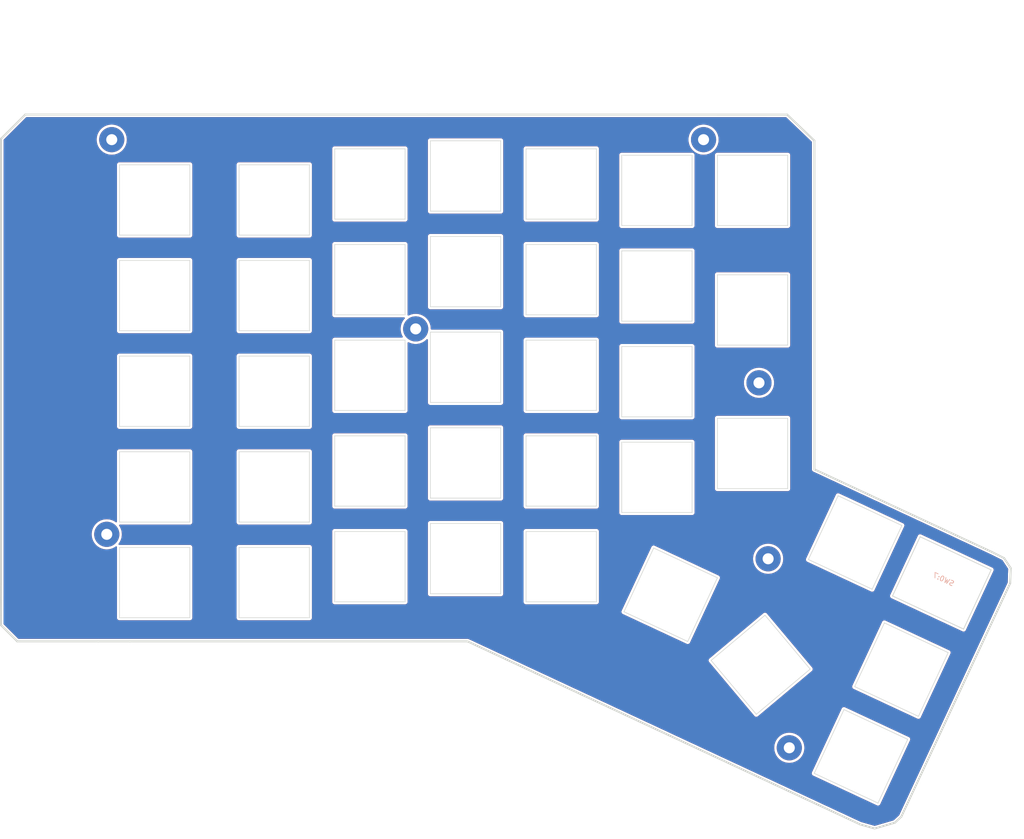
<source format=kicad_pcb>
(kicad_pcb (version 20211014) (generator pcbnew)
  (layers (0 "F.Cu" signal "Front") (31 "B.Cu" signal "Back") (34 "B.Paste" user) (35 "F.Paste" user) (36 "B.SilkS" user "B.Silkscreen") (37 "F.SilkS" user "F.Silkscreen") (38 "B.Mask" user) (39 "F.Mask" user) (44 "Edge.Cuts" user))
  (net 0 "")
  (footprint "SofleChocTop:SW_Hole" (layer "B.Cu") (at 65.1375 136.775 180)
    (fp_text reference "SW1:13" hide)
    (fp_text value "SW1:0" hide)
    (fp_line (start -7 7) (end -7 -7) (layer "Edge.Cuts") (width 0.12))
    (fp_line (start -7 -7) (end 7 -7) (layer "Edge.Cuts") (width 0.12))
    (fp_line (start 7 -7) (end 7 7) (layer "Edge.Cuts") (width 0.12))
    (fp_line (start 7 7) (end -7 7) (layer "Edge.Cuts") (width 0.12))
  )
  (footprint "SofleChocTop:SW_Hole" (layer "B.Cu") (at 127.05 132.00234 180)
    (fp_text reference "SW1:10" hide)
    (fp_text value "SW1:3" hide)
    (fp_line (start 7 -7) (end 7 7) (layer "Edge.Cuts") (width 0.12))
    (fp_line (start 7 7) (end -7 7) (layer "Edge.Cuts") (width 0.12))
    (fp_line (start -7 -7) (end 7 -7) (layer "Edge.Cuts") (width 0.12))
    (fp_line (start -7 7) (end -7 -7) (layer "Edge.Cuts") (width 0.12))
  )
  (footprint "SofleChocTop:SW_Hole" (layer "B.Cu") (at 146.1 133.6 180)
    (fp_text reference "SW1:9" hide)
    (fp_text value "SW1:4" hide)
    (fp_line (start -7 7) (end -7 -7) (layer "Edge.Cuts") (width 0.12))
    (fp_line (start 7 -7) (end 7 7) (layer "Edge.Cuts") (width 0.12))
    (fp_line (start 7 7) (end -7 7) (layer "Edge.Cuts") (width 0.12))
    (fp_line (start -7 -7) (end 7 -7) (layer "Edge.Cuts") (width 0.12))
  )
  (footprint "SofleChocTop:SW_Hole" (layer "B.Cu") (at 65.1375 117.725 180)
    (fp_text reference "SW2:13" hide)
    (fp_text value "SW2:0" hide)
    (fp_line (start 7 7) (end -7 7) (layer "Edge.Cuts") (width 0.12))
    (fp_line (start -7 -7) (end 7 -7) (layer "Edge.Cuts") (width 0.12))
    (fp_line (start -7 7) (end -7 -7) (layer "Edge.Cuts") (width 0.12))
    (fp_line (start 7 -7) (end 7 7) (layer "Edge.Cuts") (width 0.12))
  )
  (footprint "SofleChocTop:SW_Hole" (layer "B.Cu") (at 127.05 112.95234 180)
    (fp_text reference "SW2:10" hide)
    (fp_text value "SW2:3" hide)
    (fp_line (start -7 7) (end -7 -7) (layer "Edge.Cuts") (width 0.12))
    (fp_line (start 7 7) (end -7 7) (layer "Edge.Cuts") (width 0.12))
    (fp_line (start -7 -7) (end 7 -7) (layer "Edge.Cuts") (width 0.12))
    (fp_line (start 7 -7) (end 7 7) (layer "Edge.Cuts") (width 0.12))
  )
  (footprint "SofleChocTop:SW_Hole" (layer "B.Cu") (at 146.1 114.55 180)
    (fp_text reference "SW2:9" hide)
    (fp_text value "SW2:4" hide)
    (fp_line (start -7 7) (end -7 -7) (layer "Edge.Cuts") (width 0.12))
    (fp_line (start -7 -7) (end 7 -7) (layer "Edge.Cuts") (width 0.12))
    (fp_line (start 7 7) (end -7 7) (layer "Edge.Cuts") (width 0.12))
    (fp_line (start 7 -7) (end 7 7) (layer "Edge.Cuts") (width 0.12))
  )
  (footprint "SofleChocTop:SW_Hole" (layer "B.Cu") (at 184.2 111.0575 90)
    (fp_text reference "SW2:7" hide)
    (fp_text value "SW2:6" hide)
    (fp_line (start -7 7) (end -7 -7) (layer "Edge.Cuts") (width 0.12))
    (fp_line (start 7 -7) (end 7 7) (layer "Edge.Cuts") (width 0.12))
    (fp_line (start -7 -7) (end 7 -7) (layer "Edge.Cuts") (width 0.12))
    (fp_line (start 7 7) (end -7 7) (layer "Edge.Cuts") (width 0.12))
  )
  (footprint "SofleChocTop:SW_Hole" (layer "B.Cu") (at 65.1375 98.675 180)
    (fp_text reference "SW3:13" hide)
    (fp_text value "SW3:0" hide)
    (fp_line (start 7 7) (end -7 7) (layer "Edge.Cuts") (width 0.12))
    (fp_line (start 7 -7) (end 7 7) (layer "Edge.Cuts") (width 0.12))
    (fp_line (start -7 7) (end -7 -7) (layer "Edge.Cuts") (width 0.12))
    (fp_line (start -7 -7) (end 7 -7) (layer "Edge.Cuts") (width 0.12))
  )
  (footprint "SofleChocTop:SW_Hole" (layer "B.Cu") (at 108 95.5 180)
    (fp_text reference "SW3:11" hide)
    (fp_text value "SW3:2" hide)
    (fp_line (start -7 7) (end -7 -7) (layer "Edge.Cuts") (width 0.12))
    (fp_line (start 7 -7) (end 7 7) (layer "Edge.Cuts") (width 0.12))
    (fp_line (start 7 7) (end -7 7) (layer "Edge.Cuts") (width 0.12))
    (fp_line (start -7 -7) (end 7 -7) (layer "Edge.Cuts") (width 0.12))
  )
  (footprint "SofleChocTop:SW_Hole" (layer "B.Cu") (at 127.05 93.90234 180)
    (fp_text reference "SW3:10" hide)
    (fp_text value "SW3:3" hide)
    (fp_line (start -7 7) (end -7 -7) (layer "Edge.Cuts") (width 0.12))
    (fp_line (start 7 7) (end -7 7) (layer "Edge.Cuts") (width 0.12))
    (fp_line (start -7 -7) (end 7 -7) (layer "Edge.Cuts") (width 0.12))
    (fp_line (start 7 -7) (end 7 7) (layer "Edge.Cuts") (width 0.12))
  )
  (footprint "SofleChocTop:SW_Hole" (layer "B.Cu") (at 146.1 95.5 180)
    (fp_text reference "SW3:9" hide)
    (fp_text value "SW3:4" hide)
    (fp_line (start 7 -7) (end 7 7) (layer "Edge.Cuts") (width 0.12))
    (fp_line (start -7 -7) (end 7 -7) (layer "Edge.Cuts") (width 0.12))
    (fp_line (start 7 7) (end -7 7) (layer "Edge.Cuts") (width 0.12))
    (fp_line (start -7 7) (end -7 -7) (layer "Edge.Cuts") (width 0.12))
  )
  (footprint "SofleChocTop:SW_Hole" (layer "B.Cu") (at 165.15 96.77 180)
    (fp_text reference "SW3:8" hide)
    (fp_text value "SW3:5" hide)
    (fp_line (start -7 -7) (end 7 -7) (layer "Edge.Cuts") (width 0.12))
    (fp_line (start -7 7) (end -7 -7) (layer "Edge.Cuts") (width 0.12))
    (fp_line (start 7 -7) (end 7 7) (layer "Edge.Cuts") (width 0.12))
    (fp_line (start 7 7) (end -7 7) (layer "Edge.Cuts") (width 0.12))
  )
  (footprint "SofleChocTop:SW_Hole" (layer "B.Cu") (at 65.1375 79.625 180)
    (fp_text reference "SW4:13" hide)
    (fp_text value "SW4:0" hide)
    (fp_line (start -7 -7) (end 7 -7) (layer "Edge.Cuts") (width 0.12))
    (fp_line (start 7 -7) (end 7 7) (layer "Edge.Cuts") (width 0.12))
    (fp_line (start 7 7) (end -7 7) (layer "Edge.Cuts") (width 0.12))
    (fp_line (start -7 7) (end -7 -7) (layer "Edge.Cuts") (width 0.12))
  )
  (footprint "SofleChocTop:SW_Hole" (layer "B.Cu") (at 88.95 79.625 180)
    (fp_text reference "SW4:12" hide)
    (fp_text value "SW4:1" hide)
    (fp_line (start -7 7) (end -7 -7) (layer "Edge.Cuts") (width 0.12))
    (fp_line (start 7 -7) (end 7 7) (layer "Edge.Cuts") (width 0.12))
    (fp_line (start -7 -7) (end 7 -7) (layer "Edge.Cuts") (width 0.12))
    (fp_line (start 7 7) (end -7 7) (layer "Edge.Cuts") (width 0.12))
  )
  (footprint "SofleChocTop:SW_Hole" (layer "B.Cu") (at 108 76.45 180)
    (fp_text reference "SW4:11" hide)
    (fp_text value "SW4:2" hide)
    (fp_line (start 7 7) (end -7 7) (layer "Edge.Cuts") (width 0.12))
    (fp_line (start -7 7) (end -7 -7) (layer "Edge.Cuts") (width 0.12))
    (fp_line (start -7 -7) (end 7 -7) (layer "Edge.Cuts") (width 0.12))
    (fp_line (start 7 -7) (end 7 7) (layer "Edge.Cuts") (width 0.12))
  )
  (footprint "SofleChocTop:SW_Hole" (layer "B.Cu") (at 127.05 74.85234 180)
    (fp_text reference "SW4:10" hide)
    (fp_text value "SW4:3" hide)
    (fp_line (start 7 7) (end -7 7) (layer "Edge.Cuts") (width 0.12))
    (fp_line (start -7 7) (end -7 -7) (layer "Edge.Cuts") (width 0.12))
    (fp_line (start 7 -7) (end 7 7) (layer "Edge.Cuts") (width 0.12))
    (fp_line (start -7 -7) (end 7 -7) (layer "Edge.Cuts") (width 0.12))
  )
  (footprint "SofleChocTop:SW_Hole" (layer "B.Cu") (at 146.1 76.45 180)
    (fp_text reference "SW4:9" hide)
    (fp_text value "SW4:4" hide)
    (fp_line (start -7 -7) (end 7 -7) (layer "Edge.Cuts") (width 0.12))
    (fp_line (start -7 7) (end -7 -7) (layer "Edge.Cuts") (width 0.12))
    (fp_line (start 7 7) (end -7 7) (layer "Edge.Cuts") (width 0.12))
    (fp_line (start 7 -7) (end 7 7) (layer "Edge.Cuts") (width 0.12))
  )
  (footprint "SofleChocTop:SW_Hole" (layer "B.Cu") (at 165.15 77.72 180)
    (fp_text reference "SW4:8" hide)
    (fp_text value "SW4:5" hide)
    (fp_line (start -7 -7) (end 7 -7) (layer "Edge.Cuts") (width 0.12))
    (fp_line (start 7 7) (end -7 7) (layer "Edge.Cuts") (width 0.12))
    (fp_line (start 7 -7) (end 7 7) (layer "Edge.Cuts") (width 0.12))
    (fp_line (start -7 7) (end -7 -7) (layer "Edge.Cuts") (width 0.12))
  )
  (footprint "SofleChocTop:SW_Hole" (layer "B.Cu") (at 184.2 82.4825 90)
    (fp_text reference "SW4:7" hide)
    (fp_text value "SW4:6" hide)
    (fp_line (start -7 7) (end -7 -7) (layer "Edge.Cuts") (width 0.12))
    (fp_line (start 7 7) (end -7 7) (layer "Edge.Cuts") (width 0.12))
    (fp_line (start 7 -7) (end 7 7) (layer "Edge.Cuts") (width 0.12))
    (fp_line (start -7 -7) (end 7 -7) (layer "Edge.Cuts") (width 0.12))
  )
  (footprint "SofleChocTop:SW_Hole" (layer "B.Cu") (at 167.899 139.20034 155)
    (fp_text reference "SW0:10" hide)
    (fp_text value "SW0:3" hide)
    (fp_line (start 7 7) (end -7 7) (layer "Edge.Cuts") (width 0.12))
    (fp_line (start 7 -7) (end 7 7) (layer "Edge.Cuts") (width 0.12))
    (fp_line (start -7 7) (end -7 -7) (layer "Edge.Cuts") (width 0.12))
    (fp_line (start -7 -7) (end 7 -7) (layer "Edge.Cuts") (width 0.12))
  )
  (footprint "SofleChocTop:SW_Hole" (layer "B.Cu") (at 205.79 171.37234 155)
    (fp_text reference "SW0:12" hide)
    (fp_text value "SW0:1" hide)
    (fp_line (start -7 7) (end -7 -7) (layer "Edge.Cuts") (width 0.12))
    (fp_line (start 7 -7) (end 7 7) (layer "Edge.Cuts") (width 0.12))
    (fp_line (start 7 7) (end -7 7) (layer "Edge.Cuts") (width 0.12))
    (fp_line (start -7 -7) (end 7 -7) (layer "Edge.Cuts") (width 0.12))
  )
  (footprint "SofleChocTop:SW_Hole" (layer "B.Cu") (at 185.81 153.13734 130)
    (fp_text reference "SW0:11" hide)
    (fp_text value "SW0:2" hide)
    (fp_line (start -7 -7) (end 7 -7) (layer "Edge.Cuts") (width 0.12))
    (fp_line (start 7 -7) (end 7 7) (layer "Edge.Cuts") (width 0.12))
    (fp_line (start -7 7) (end -7 -7) (layer "Edge.Cuts") (width 0.12))
    (fp_line (start 7 7) (end -7 7) (layer "Edge.Cuts") (width 0.12))
  )
  (footprint "SofleChocTop:SW_Hole" (layer "B.Cu") (at 213.8418 154.10542 155)
    (fp_text reference "SW0:9" hide)
    (fp_text value "SW0:4" hide)
    (fp_line (start 7 -7) (end 7 7) (layer "Edge.Cuts") (width 0.12))
    (fp_line (start -7 -7) (end 7 -7) (layer "Edge.Cuts") (width 0.12))
    (fp_line (start -7 7) (end -7 -7) (layer "Edge.Cuts") (width 0.12))
    (fp_line (start 7 7) (end -7 7) (layer "Edge.Cuts") (width 0.12))
  )
  (footprint "ergodox library:EC11Cutout" (layer "B.Cu") (at 221.89106 136.84104 155)
    (fp_text reference "SW0:7" (at 0 0.78 335 unlocked) (layer "B.SilkS") (effects (justify mirror)))
    (fp_text value "SW0:6")
    (fp_line (start -7.8 -6.5) (end 7.8 -6.5) (layer "Edge.Cuts") (width 0.15))
    (fp_line (start 7.8 6.5) (end -7.8 6.5) (layer "Edge.Cuts") (width 0.15))
    (fp_line (start -7.8 6.5) (end -7.8 -6.5) (layer "Edge.Cuts") (width 0.15))
    (fp_line (start 7.8 6.5) (end 7.8 -6.5) (layer "Edge.Cuts") (width 0.15))
  )
  (footprint "SofleChocTop:SW_Hole" (layer "B.Cu") (at 108 133.6 180)
    (fp_text reference "SW1:11" hide)
    (fp_text value "SW1:2" hide)
    (fp_line (start -7 -7) (end 7 -7) (layer "Edge.Cuts") (width 0.12))
    (fp_line (start 7 -7) (end 7 7) (layer "Edge.Cuts") (width 0.12))
    (fp_line (start 7 7) (end -7 7) (layer "Edge.Cuts") (width 0.12))
    (fp_line (start -7 7) (end -7 -7) (layer "Edge.Cuts") (width 0.12))
  )
  (footprint "SofleChocTop:SW_Hole" (layer "B.Cu") (at 204.62668 128.79178 155)
    (fp_text reference "SW0:8" hide)
    (fp_text value "SW0:5" hide)
    (fp_line (start 7 -7) (end 7 7) (layer "Edge.Cuts") (width 0.12))
    (fp_line (start -7 7) (end -7 -7) (layer "Edge.Cuts") (width 0.12))
    (fp_line (start 7 7) (end -7 7) (layer "Edge.Cuts") (width 0.12))
    (fp_line (start -7 -7) (end 7 -7) (layer "Edge.Cuts") (width 0.12))
  )
  (footprint "SofleChocTop:SW_Hole" (layer "B.Cu") (at 65.1375 60.57754 180)
    (fp_text reference "SW5:13" hide)
    (fp_text value "SW5:0" hide)
    (fp_line (start -7 -7) (end 7 -7) (layer "Edge.Cuts") (width 0.12))
    (fp_line (start 7 -7) (end 7 7) (layer "Edge.Cuts") (width 0.12))
    (fp_line (start 7 7) (end -7 7) (layer "Edge.Cuts") (width 0.12))
    (fp_line (start -7 7) (end -7 -7) (layer "Edge.Cuts") (width 0.12))
  )
  (footprint "SofleChocTop:SW_Hole" (layer "B.Cu") (at 146.1 57.4 180)
    (fp_text reference "SW5:9" hide)
    (fp_text value "SW5:4" hide)
    (fp_line (start 7 7) (end -7 7) (layer "Edge.Cuts") (width 0.12))
    (fp_line (start -7 -7) (end 7 -7) (layer "Edge.Cuts") (width 0.12))
    (fp_line (start -7 7) (end -7 -7) (layer "Edge.Cuts") (width 0.12))
    (fp_line (start 7 -7) (end 7 7) (layer "Edge.Cuts") (width 0.12))
  )
  (footprint "SofleChocTop:SW_Hole" (layer "B.Cu") (at 127.05 55.80234 180)
    (fp_text reference "SW5:10" hide)
    (fp_text value "SW5:3" hide)
    (fp_line (start 7 7) (end -7 7) (layer "Edge.Cuts") (width 0.12))
    (fp_line (start -7 -7) (end 7 -7) (layer "Edge.Cuts") (width 0.12))
    (fp_line (start -7 7) (end -7 -7) (layer "Edge.Cuts") (width 0.12))
    (fp_line (start 7 -7) (end 7 7) (layer "Edge.Cuts") (width 0.12))
  )
  (footprint "SofleChocTop:SW_Hole" (layer "B.Cu") (at 108 57.4 180)
    (fp_text reference "SW5:11" hide)
    (fp_text value "SW5:2" hide)
    (fp_line (start 7 7) (end -7 7) (layer "Edge.Cuts") (width 0.12))
    (fp_line (start 7 -7) (end 7 7) (layer "Edge.Cuts") (width 0.12))
    (fp_line (start -7 7) (end -7 -7) (layer "Edge.Cuts") (width 0.12))
    (fp_line (start -7 -7) (end 7 -7) (layer "Edge.Cuts") (width 0.12))
  )
  (footprint "SofleChocTop:SW_Hole" (layer "B.Cu") (at 88.95 60.57754 180)
    (fp_text reference "SW5:12" hide)
    (fp_text value "SW5:1" hide)
    (fp_line (start -7 7) (end -7 -7) (layer "Edge.Cuts") (width 0.12))
    (fp_line (start 7 7) (end -7 7) (layer "Edge.Cuts") (width 0.12))
    (fp_line (start 7 -7) (end 7 7) (layer "Edge.Cuts") (width 0.12))
    (fp_line (start -7 -7) (end 7 -7) (layer "Edge.Cuts") (width 0.12))
  )
  (footprint "SofleChocTop:SW_Hole" (layer "B.Cu") (at 165.15 58.67254 180)
    (fp_text reference "SW5:8" hide)
    (fp_text value "SW5:5" hide)
    (fp_line (start 7 7) (end -7 7) (layer "Edge.Cuts") (width 0.12))
    (fp_line (start 7 -7) (end 7 7) (layer "Edge.Cuts") (width 0.12))
    (fp_line (start -7 7) (end -7 -7) (layer "Edge.Cuts") (width 0.12))
    (fp_line (start -7 -7) (end 7 -7) (layer "Edge.Cuts") (width 0.12))
  )
  (footprint "SofleChocTop:SW_Hole" (layer "B.Cu") (at 184.2 58.67254 180)
    (fp_text reference "SW5:7" hide)
    (fp_text value "SW5:6" hide)
    (fp_line (start -7 7) (end -7 -7) (layer "Edge.Cuts") (width 0.12))
    (fp_line (start 7 -7) (end 7 7) (layer "Edge.Cuts") (width 0.12))
    (fp_line (start 7 7) (end -7 7) (layer "Edge.Cuts") (width 0.12))
    (fp_line (start -7 -7) (end 7 -7) (layer "Edge.Cuts") (width 0.12))
  )
  (footprint "SofleChocTop:SW_Hole" (layer "B.Cu") (at 108 114.55 180)
    (fp_text reference "SW2:11" hide)
    (fp_text value "SW2:2" hide)
    (fp_line (start 7 -7) (end 7 7) (layer "Edge.Cuts") (width 0.12))
    (fp_line (start 7 7) (end -7 7) (layer "Edge.Cuts") (width 0.12))
    (fp_line (start -7 -7) (end 7 -7) (layer "Edge.Cuts") (width 0.12))
    (fp_line (start -7 7) (end -7 -7) (layer "Edge.Cuts") (width 0.12))
  )
  (footprint "SofleChocTop:SW_Hole" (layer "B.Cu") (at 165.15 115.82 180)
    (fp_text reference "SW2:8" hide)
    (fp_text value "SW2:5" hide)
    (fp_line (start -7 -7) (end 7 -7) (layer "Edge.Cuts") (width 0.12))
    (fp_line (start -7 7) (end -7 -7) (layer "Edge.Cuts") (width 0.12))
    (fp_line (start 7 -7) (end 7 7) (layer "Edge.Cuts") (width 0.12))
    (fp_line (start 7 7) (end -7 7) (layer "Edge.Cuts") (width 0.12))
  )
  (footprint "SofleChocTop:SW_Hole" (layer "B.Cu") (at 88.95 98.675 180)
    (fp_text reference "SW3:12" hide)
    (fp_text value "SW3:1" hide)
    (fp_line (start -7 7) (end -7 -7) (layer "Edge.Cuts") (width 0.12))
    (fp_line (start -7 -7) (end 7 -7) (layer "Edge.Cuts") (width 0.12))
    (fp_line (start 7 -7) (end 7 7) (layer "Edge.Cuts") (width 0.12))
    (fp_line (start 7 7) (end -7 7) (layer "Edge.Cuts") (width 0.12))
  )
  (footprint "SofleChocTop:SW_Hole" (layer "B.Cu") (at 88.95 117.725 180)
    (fp_text reference "SW2:12" hide)
    (fp_text value "SW2:1" hide)
    (fp_line (start -7 7) (end -7 -7) (layer "Edge.Cuts") (width 0.12))
    (fp_line (start 7 7) (end -7 7) (layer "Edge.Cuts") (width 0.12))
    (fp_line (start 7 -7) (end 7 7) (layer "Edge.Cuts") (width 0.12))
    (fp_line (start -7 -7) (end 7 -7) (layer "Edge.Cuts") (width 0.12))
  )
  (footprint "SofleChocTop:SW_Hole" (layer "B.Cu") (at 88.95 136.775 180)
    (fp_text reference "SW1:12" hide)
    (fp_text value "SW1:1" hide)
    (fp_line (start 7 -7) (end 7 7) (layer "Edge.Cuts") (width 0.12))
    (fp_line (start -7 7) (end -7 -7) (layer "Edge.Cuts") (width 0.12))
    (fp_line (start 7 7) (end -7 7) (layer "Edge.Cuts") (width 0.12))
    (fp_line (start -7 -7) (end 7 -7) (layer "Edge.Cuts") (width 0.12))
  )
  (footprint "" (layer "B.Cu") (at 117.1186 86.25694 180)
    (fp_text reference "" (at 0 0) (layer "B.SilkS") (effects (font (size 1.27 1.27)) (justify mirror)))
    (fp_text value "" (at 0 0) (layer "B.SilkS") (effects (font (size 1.27 1.27)) (justify mirror)))
    (pad "" thru_hole circle locked (at 0 0 180) (size 5 5) (drill 2.2) (layers *.Cu *.Mask))
  )
  (footprint "" (layer "B.Cu") (at 191.5152 169.67054 180)
    (fp_text reference "" (at 0 0) (layer "B.SilkS") (effects (font (size 1.27 1.27)) (justify mirror)))
    (fp_text value "" (at 0 0) (layer "B.SilkS") (effects (font (size 1.27 1.27)) (justify mirror)))
    (pad "" thru_hole circle locked (at 0 0 180) (size 5 5) (drill 2.2) (layers *.Cu *.Mask))
  )
  (footprint "" (layer "B.Cu") (at 174.44 46.46234 180)
    (fp_text reference "" (at 0 0) (layer "B.SilkS") (effects (font (size 1.27 1.27)) (justify mirror)))
    (fp_text value "" (at 0 0) (layer "B.SilkS") (effects (font (size 1.27 1.27)) (justify mirror)))
    (pad "" thru_hole circle (at 0 -2.11 180) (size 5 5) (drill 2.2) (layers *.Cu *.Mask))
  )
  (footprint "" (layer "B.Cu") (at 185.48 96.99234 180)
    (fp_text reference "" (at 0 0) (layer "B.SilkS") (effects (font (size 1.27 1.27)) (justify mirror)))
    (fp_text value "" (at 0 0) (layer "B.SilkS") (effects (font (size 1.27 1.27)) (justify mirror)))
    (pad "" thru_hole circle locked (at 0 0 180) (size 5 5) (drill 2.2) (layers *.Cu *.Mask))
  )
  (footprint "" (layer "B.Cu") (at 55.6 127.16234 180)
    (fp_text reference "" (at 0 0) (layer "B.SilkS") (effects (font (size 1.27 1.27)) (justify mirror)))
    (fp_text value "" (at 0 0) (layer "B.SilkS") (effects (font (size 1.27 1.27)) (justify mirror)))
    (pad "" thru_hole circle locked (at 0 0 180) (size 5 5) (drill 2.2) (layers *.Cu *.Mask))
  )
  (footprint "" (layer "B.Cu") (at 53.91 32.10234 180)
    (fp_text reference "" (at 0 0) (layer "B.SilkS") (effects (font (size 1.27 1.27)) (justify mirror)))
    (fp_text value "" (at 0 0) (layer "B.SilkS") (effects (font (size 1.27 1.27)) (justify mirror)))
    (pad "" thru_hole circle (at -2.68 -16.47 180) (size 5 5) (drill 2.2) (layers *.Cu *.Mask))
  )
  (footprint "" (layer "B.Cu") (at 187.3 132.03234 180)
    (fp_text reference "" (at 0 0) (layer "B.SilkS") (effects (font (size 1.27 1.27)) (justify mirror)))
    (fp_text value "" (at 0 0) (layer "B.SilkS") (effects (font (size 1.27 1.27)) (justify mirror)))
    (pad "" thru_hole circle locked (at 0 0 180) (size 5 5) (drill 2.2) (layers *.Cu *.Mask))
  )
  (gr_line (start 37.769 148.48034) (end 53.898 148.48034) (layer "Edge.Cuts") (width 0.381))
  (gr_line (start 34.5432 48.39234) (end 39.37 43.57234) (layer "Edge.Cuts") (width 0.381))
  (gr_line (start 235.615 133.89734) (end 235.50902 136.88778) (layer "Edge.Cuts") (width 0.381))
  (gr_line (start 234.29 131.89734) (end 235.615 133.89734) (layer "Edge.Cuts") (width 0.381))
  (gr_line (start 191.08 43.58234) (end 196.52 48.78234) (layer "Edge.Cuts") (width 0.381))
  (gr_line (start 208.515 185.74734) (end 212.55947 184.57526) (layer "Edge.Cuts") (width 0.381))
  (gr_line (start 231.97232 130.73234) (end 234.29 131.89734) (layer "Edge.Cuts") (width 0.381))
  (gr_line (start 39.37 43.57234) (end 191.08 43.58234) (layer "Edge.Cuts") (width 0.381))
  (gr_line (start 34.5305 145.24184) (end 34.5305 143.24184) (layer "Edge.Cuts") (width 0.381))
  (gr_line (start 212.55947 184.57526) (end 213.82504 183.3901) (layer "Edge.Cuts") (width 0.381))
  (gr_line (start 60.1972 148.48034) (end 127.4376 148.48034) (layer "Edge.Cuts") (width 0.381))
  (gr_line (start 205.6061 184.92426) (end 208.515 185.74734) (layer "Edge.Cuts") (width 0.381))
  (gr_line (start 34.5305 145.24184) (end 37.769 148.48034) (layer "Edge.Cuts") (width 0.381))
  (gr_line (start 227.6048 128.70034) (end 231.97232 130.73234) (layer "Edge.Cuts") (width 0.381))
  (gr_line (start 53.898 148.48034) (end 60.1972 148.48034) (layer "Edge.Cuts") (width 0.381))
  (gr_line (start 196.52 114.22234) (end 196.52 48.78234) (layer "Edge.Cuts") (width 0.381))
  (gr_line (start 34.5305 143.24184) (end 34.5432 136.95534) (layer "Edge.Cuts") (width 0.381))
  (gr_line (start 34.5432 48.39234) (end 34.5432 136.95534) (layer "Edge.Cuts") (width 0.381))
  (gr_line (start 213.82504 183.3901) (end 235.50902 136.88778) (layer "Edge.Cuts") (width 0.381))
  (gr_line (start 127.4376 148.48034) (end 205.6061 184.92426) (layer "Edge.Cuts") (width 0.381))
  (gr_line (start 196.52 114.22234) (end 227.6048 128.70034) (layer "Edge.Cuts") (width 0.381))
  (zone (net 0) (net_name "") (layer "F.Cu") (connect_pads (clearance 0.508)) (min_thickness 0.3048) (fill yes (thermal_gap 0.3048) (thermal_bridge_width 0.6096))
    (polygon (pts (xy 34.59 148.47234) (xy 34.484172 24.015291) (xy 37.754172 20.815291) (xy 176.11 20.76234) (xy 224.332 20.82234) (xy 227.634 24.08234) (xy 227.634 128.70034) (xy 238.09 133.57234) (xy 213.965 187.87234)))
  )
  (zone (net 0) (net_name "") (layer "B.Cu") (connect_pads (clearance 0.508)) (min_thickness 0.3048) (fill yes (thermal_gap 0.3048) (thermal_bridge_width 0.6096))
    (polygon (pts (xy 34.54 148.44734) (xy 34.55 23.99234) (xy 37.71 20.84234) (xy 224.332 20.79234) (xy 227.634 24.11234) (xy 227.634 128.70034) (xy 238.265 133.62234) (xy 214.165 187.82234)))
  )
)
</source>
